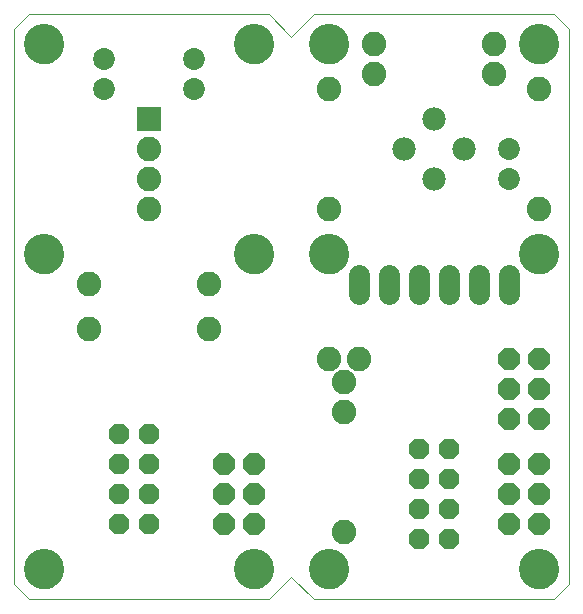
<source format=gts>
G75*
G70*
%OFA0B0*%
%FSLAX24Y24*%
%IPPOS*%
%LPD*%
%AMOC8*
5,1,8,0,0,1.08239X$1,22.5*
%
%ADD10C,0.0000*%
%ADD11C,0.1340*%
%ADD12OC8,0.0680*%
%ADD13OC8,0.0720*%
%ADD14C,0.0820*%
%ADD15C,0.0730*%
%ADD16R,0.0820X0.0820*%
%ADD17C,0.0780*%
%ADD18C,0.0714*%
D10*
X001675Y001175D02*
X001175Y001675D01*
X001175Y020175D01*
X001675Y020675D01*
X009675Y020675D01*
X010425Y019925D01*
X011175Y020675D01*
X019175Y020675D01*
X019675Y020175D01*
X019675Y001675D01*
X019175Y001175D01*
X011175Y001175D01*
X010425Y001925D01*
X009675Y001175D01*
X001675Y001175D01*
X001545Y002175D02*
X001547Y002225D01*
X001553Y002275D01*
X001563Y002324D01*
X001577Y002372D01*
X001594Y002419D01*
X001615Y002464D01*
X001640Y002508D01*
X001668Y002549D01*
X001700Y002588D01*
X001734Y002625D01*
X001771Y002659D01*
X001811Y002689D01*
X001853Y002716D01*
X001897Y002740D01*
X001943Y002761D01*
X001990Y002777D01*
X002038Y002790D01*
X002088Y002799D01*
X002137Y002804D01*
X002188Y002805D01*
X002238Y002802D01*
X002287Y002795D01*
X002336Y002784D01*
X002384Y002769D01*
X002430Y002751D01*
X002475Y002729D01*
X002518Y002703D01*
X002559Y002674D01*
X002598Y002642D01*
X002634Y002607D01*
X002666Y002569D01*
X002696Y002529D01*
X002723Y002486D01*
X002746Y002442D01*
X002765Y002396D01*
X002781Y002348D01*
X002793Y002299D01*
X002801Y002250D01*
X002805Y002200D01*
X002805Y002150D01*
X002801Y002100D01*
X002793Y002051D01*
X002781Y002002D01*
X002765Y001954D01*
X002746Y001908D01*
X002723Y001864D01*
X002696Y001821D01*
X002666Y001781D01*
X002634Y001743D01*
X002598Y001708D01*
X002559Y001676D01*
X002518Y001647D01*
X002475Y001621D01*
X002430Y001599D01*
X002384Y001581D01*
X002336Y001566D01*
X002287Y001555D01*
X002238Y001548D01*
X002188Y001545D01*
X002137Y001546D01*
X002088Y001551D01*
X002038Y001560D01*
X001990Y001573D01*
X001943Y001589D01*
X001897Y001610D01*
X001853Y001634D01*
X001811Y001661D01*
X001771Y001691D01*
X001734Y001725D01*
X001700Y001762D01*
X001668Y001801D01*
X001640Y001842D01*
X001615Y001886D01*
X001594Y001931D01*
X001577Y001978D01*
X001563Y002026D01*
X001553Y002075D01*
X001547Y002125D01*
X001545Y002175D01*
X008545Y002175D02*
X008547Y002225D01*
X008553Y002275D01*
X008563Y002324D01*
X008577Y002372D01*
X008594Y002419D01*
X008615Y002464D01*
X008640Y002508D01*
X008668Y002549D01*
X008700Y002588D01*
X008734Y002625D01*
X008771Y002659D01*
X008811Y002689D01*
X008853Y002716D01*
X008897Y002740D01*
X008943Y002761D01*
X008990Y002777D01*
X009038Y002790D01*
X009088Y002799D01*
X009137Y002804D01*
X009188Y002805D01*
X009238Y002802D01*
X009287Y002795D01*
X009336Y002784D01*
X009384Y002769D01*
X009430Y002751D01*
X009475Y002729D01*
X009518Y002703D01*
X009559Y002674D01*
X009598Y002642D01*
X009634Y002607D01*
X009666Y002569D01*
X009696Y002529D01*
X009723Y002486D01*
X009746Y002442D01*
X009765Y002396D01*
X009781Y002348D01*
X009793Y002299D01*
X009801Y002250D01*
X009805Y002200D01*
X009805Y002150D01*
X009801Y002100D01*
X009793Y002051D01*
X009781Y002002D01*
X009765Y001954D01*
X009746Y001908D01*
X009723Y001864D01*
X009696Y001821D01*
X009666Y001781D01*
X009634Y001743D01*
X009598Y001708D01*
X009559Y001676D01*
X009518Y001647D01*
X009475Y001621D01*
X009430Y001599D01*
X009384Y001581D01*
X009336Y001566D01*
X009287Y001555D01*
X009238Y001548D01*
X009188Y001545D01*
X009137Y001546D01*
X009088Y001551D01*
X009038Y001560D01*
X008990Y001573D01*
X008943Y001589D01*
X008897Y001610D01*
X008853Y001634D01*
X008811Y001661D01*
X008771Y001691D01*
X008734Y001725D01*
X008700Y001762D01*
X008668Y001801D01*
X008640Y001842D01*
X008615Y001886D01*
X008594Y001931D01*
X008577Y001978D01*
X008563Y002026D01*
X008553Y002075D01*
X008547Y002125D01*
X008545Y002175D01*
X011045Y002175D02*
X011047Y002225D01*
X011053Y002275D01*
X011063Y002324D01*
X011077Y002372D01*
X011094Y002419D01*
X011115Y002464D01*
X011140Y002508D01*
X011168Y002549D01*
X011200Y002588D01*
X011234Y002625D01*
X011271Y002659D01*
X011311Y002689D01*
X011353Y002716D01*
X011397Y002740D01*
X011443Y002761D01*
X011490Y002777D01*
X011538Y002790D01*
X011588Y002799D01*
X011637Y002804D01*
X011688Y002805D01*
X011738Y002802D01*
X011787Y002795D01*
X011836Y002784D01*
X011884Y002769D01*
X011930Y002751D01*
X011975Y002729D01*
X012018Y002703D01*
X012059Y002674D01*
X012098Y002642D01*
X012134Y002607D01*
X012166Y002569D01*
X012196Y002529D01*
X012223Y002486D01*
X012246Y002442D01*
X012265Y002396D01*
X012281Y002348D01*
X012293Y002299D01*
X012301Y002250D01*
X012305Y002200D01*
X012305Y002150D01*
X012301Y002100D01*
X012293Y002051D01*
X012281Y002002D01*
X012265Y001954D01*
X012246Y001908D01*
X012223Y001864D01*
X012196Y001821D01*
X012166Y001781D01*
X012134Y001743D01*
X012098Y001708D01*
X012059Y001676D01*
X012018Y001647D01*
X011975Y001621D01*
X011930Y001599D01*
X011884Y001581D01*
X011836Y001566D01*
X011787Y001555D01*
X011738Y001548D01*
X011688Y001545D01*
X011637Y001546D01*
X011588Y001551D01*
X011538Y001560D01*
X011490Y001573D01*
X011443Y001589D01*
X011397Y001610D01*
X011353Y001634D01*
X011311Y001661D01*
X011271Y001691D01*
X011234Y001725D01*
X011200Y001762D01*
X011168Y001801D01*
X011140Y001842D01*
X011115Y001886D01*
X011094Y001931D01*
X011077Y001978D01*
X011063Y002026D01*
X011053Y002075D01*
X011047Y002125D01*
X011045Y002175D01*
X018045Y002175D02*
X018047Y002225D01*
X018053Y002275D01*
X018063Y002324D01*
X018077Y002372D01*
X018094Y002419D01*
X018115Y002464D01*
X018140Y002508D01*
X018168Y002549D01*
X018200Y002588D01*
X018234Y002625D01*
X018271Y002659D01*
X018311Y002689D01*
X018353Y002716D01*
X018397Y002740D01*
X018443Y002761D01*
X018490Y002777D01*
X018538Y002790D01*
X018588Y002799D01*
X018637Y002804D01*
X018688Y002805D01*
X018738Y002802D01*
X018787Y002795D01*
X018836Y002784D01*
X018884Y002769D01*
X018930Y002751D01*
X018975Y002729D01*
X019018Y002703D01*
X019059Y002674D01*
X019098Y002642D01*
X019134Y002607D01*
X019166Y002569D01*
X019196Y002529D01*
X019223Y002486D01*
X019246Y002442D01*
X019265Y002396D01*
X019281Y002348D01*
X019293Y002299D01*
X019301Y002250D01*
X019305Y002200D01*
X019305Y002150D01*
X019301Y002100D01*
X019293Y002051D01*
X019281Y002002D01*
X019265Y001954D01*
X019246Y001908D01*
X019223Y001864D01*
X019196Y001821D01*
X019166Y001781D01*
X019134Y001743D01*
X019098Y001708D01*
X019059Y001676D01*
X019018Y001647D01*
X018975Y001621D01*
X018930Y001599D01*
X018884Y001581D01*
X018836Y001566D01*
X018787Y001555D01*
X018738Y001548D01*
X018688Y001545D01*
X018637Y001546D01*
X018588Y001551D01*
X018538Y001560D01*
X018490Y001573D01*
X018443Y001589D01*
X018397Y001610D01*
X018353Y001634D01*
X018311Y001661D01*
X018271Y001691D01*
X018234Y001725D01*
X018200Y001762D01*
X018168Y001801D01*
X018140Y001842D01*
X018115Y001886D01*
X018094Y001931D01*
X018077Y001978D01*
X018063Y002026D01*
X018053Y002075D01*
X018047Y002125D01*
X018045Y002175D01*
X018045Y012675D02*
X018047Y012725D01*
X018053Y012775D01*
X018063Y012824D01*
X018077Y012872D01*
X018094Y012919D01*
X018115Y012964D01*
X018140Y013008D01*
X018168Y013049D01*
X018200Y013088D01*
X018234Y013125D01*
X018271Y013159D01*
X018311Y013189D01*
X018353Y013216D01*
X018397Y013240D01*
X018443Y013261D01*
X018490Y013277D01*
X018538Y013290D01*
X018588Y013299D01*
X018637Y013304D01*
X018688Y013305D01*
X018738Y013302D01*
X018787Y013295D01*
X018836Y013284D01*
X018884Y013269D01*
X018930Y013251D01*
X018975Y013229D01*
X019018Y013203D01*
X019059Y013174D01*
X019098Y013142D01*
X019134Y013107D01*
X019166Y013069D01*
X019196Y013029D01*
X019223Y012986D01*
X019246Y012942D01*
X019265Y012896D01*
X019281Y012848D01*
X019293Y012799D01*
X019301Y012750D01*
X019305Y012700D01*
X019305Y012650D01*
X019301Y012600D01*
X019293Y012551D01*
X019281Y012502D01*
X019265Y012454D01*
X019246Y012408D01*
X019223Y012364D01*
X019196Y012321D01*
X019166Y012281D01*
X019134Y012243D01*
X019098Y012208D01*
X019059Y012176D01*
X019018Y012147D01*
X018975Y012121D01*
X018930Y012099D01*
X018884Y012081D01*
X018836Y012066D01*
X018787Y012055D01*
X018738Y012048D01*
X018688Y012045D01*
X018637Y012046D01*
X018588Y012051D01*
X018538Y012060D01*
X018490Y012073D01*
X018443Y012089D01*
X018397Y012110D01*
X018353Y012134D01*
X018311Y012161D01*
X018271Y012191D01*
X018234Y012225D01*
X018200Y012262D01*
X018168Y012301D01*
X018140Y012342D01*
X018115Y012386D01*
X018094Y012431D01*
X018077Y012478D01*
X018063Y012526D01*
X018053Y012575D01*
X018047Y012625D01*
X018045Y012675D01*
X011045Y012675D02*
X011047Y012725D01*
X011053Y012775D01*
X011063Y012824D01*
X011077Y012872D01*
X011094Y012919D01*
X011115Y012964D01*
X011140Y013008D01*
X011168Y013049D01*
X011200Y013088D01*
X011234Y013125D01*
X011271Y013159D01*
X011311Y013189D01*
X011353Y013216D01*
X011397Y013240D01*
X011443Y013261D01*
X011490Y013277D01*
X011538Y013290D01*
X011588Y013299D01*
X011637Y013304D01*
X011688Y013305D01*
X011738Y013302D01*
X011787Y013295D01*
X011836Y013284D01*
X011884Y013269D01*
X011930Y013251D01*
X011975Y013229D01*
X012018Y013203D01*
X012059Y013174D01*
X012098Y013142D01*
X012134Y013107D01*
X012166Y013069D01*
X012196Y013029D01*
X012223Y012986D01*
X012246Y012942D01*
X012265Y012896D01*
X012281Y012848D01*
X012293Y012799D01*
X012301Y012750D01*
X012305Y012700D01*
X012305Y012650D01*
X012301Y012600D01*
X012293Y012551D01*
X012281Y012502D01*
X012265Y012454D01*
X012246Y012408D01*
X012223Y012364D01*
X012196Y012321D01*
X012166Y012281D01*
X012134Y012243D01*
X012098Y012208D01*
X012059Y012176D01*
X012018Y012147D01*
X011975Y012121D01*
X011930Y012099D01*
X011884Y012081D01*
X011836Y012066D01*
X011787Y012055D01*
X011738Y012048D01*
X011688Y012045D01*
X011637Y012046D01*
X011588Y012051D01*
X011538Y012060D01*
X011490Y012073D01*
X011443Y012089D01*
X011397Y012110D01*
X011353Y012134D01*
X011311Y012161D01*
X011271Y012191D01*
X011234Y012225D01*
X011200Y012262D01*
X011168Y012301D01*
X011140Y012342D01*
X011115Y012386D01*
X011094Y012431D01*
X011077Y012478D01*
X011063Y012526D01*
X011053Y012575D01*
X011047Y012625D01*
X011045Y012675D01*
X008545Y012675D02*
X008547Y012725D01*
X008553Y012775D01*
X008563Y012824D01*
X008577Y012872D01*
X008594Y012919D01*
X008615Y012964D01*
X008640Y013008D01*
X008668Y013049D01*
X008700Y013088D01*
X008734Y013125D01*
X008771Y013159D01*
X008811Y013189D01*
X008853Y013216D01*
X008897Y013240D01*
X008943Y013261D01*
X008990Y013277D01*
X009038Y013290D01*
X009088Y013299D01*
X009137Y013304D01*
X009188Y013305D01*
X009238Y013302D01*
X009287Y013295D01*
X009336Y013284D01*
X009384Y013269D01*
X009430Y013251D01*
X009475Y013229D01*
X009518Y013203D01*
X009559Y013174D01*
X009598Y013142D01*
X009634Y013107D01*
X009666Y013069D01*
X009696Y013029D01*
X009723Y012986D01*
X009746Y012942D01*
X009765Y012896D01*
X009781Y012848D01*
X009793Y012799D01*
X009801Y012750D01*
X009805Y012700D01*
X009805Y012650D01*
X009801Y012600D01*
X009793Y012551D01*
X009781Y012502D01*
X009765Y012454D01*
X009746Y012408D01*
X009723Y012364D01*
X009696Y012321D01*
X009666Y012281D01*
X009634Y012243D01*
X009598Y012208D01*
X009559Y012176D01*
X009518Y012147D01*
X009475Y012121D01*
X009430Y012099D01*
X009384Y012081D01*
X009336Y012066D01*
X009287Y012055D01*
X009238Y012048D01*
X009188Y012045D01*
X009137Y012046D01*
X009088Y012051D01*
X009038Y012060D01*
X008990Y012073D01*
X008943Y012089D01*
X008897Y012110D01*
X008853Y012134D01*
X008811Y012161D01*
X008771Y012191D01*
X008734Y012225D01*
X008700Y012262D01*
X008668Y012301D01*
X008640Y012342D01*
X008615Y012386D01*
X008594Y012431D01*
X008577Y012478D01*
X008563Y012526D01*
X008553Y012575D01*
X008547Y012625D01*
X008545Y012675D01*
X001545Y012675D02*
X001547Y012725D01*
X001553Y012775D01*
X001563Y012824D01*
X001577Y012872D01*
X001594Y012919D01*
X001615Y012964D01*
X001640Y013008D01*
X001668Y013049D01*
X001700Y013088D01*
X001734Y013125D01*
X001771Y013159D01*
X001811Y013189D01*
X001853Y013216D01*
X001897Y013240D01*
X001943Y013261D01*
X001990Y013277D01*
X002038Y013290D01*
X002088Y013299D01*
X002137Y013304D01*
X002188Y013305D01*
X002238Y013302D01*
X002287Y013295D01*
X002336Y013284D01*
X002384Y013269D01*
X002430Y013251D01*
X002475Y013229D01*
X002518Y013203D01*
X002559Y013174D01*
X002598Y013142D01*
X002634Y013107D01*
X002666Y013069D01*
X002696Y013029D01*
X002723Y012986D01*
X002746Y012942D01*
X002765Y012896D01*
X002781Y012848D01*
X002793Y012799D01*
X002801Y012750D01*
X002805Y012700D01*
X002805Y012650D01*
X002801Y012600D01*
X002793Y012551D01*
X002781Y012502D01*
X002765Y012454D01*
X002746Y012408D01*
X002723Y012364D01*
X002696Y012321D01*
X002666Y012281D01*
X002634Y012243D01*
X002598Y012208D01*
X002559Y012176D01*
X002518Y012147D01*
X002475Y012121D01*
X002430Y012099D01*
X002384Y012081D01*
X002336Y012066D01*
X002287Y012055D01*
X002238Y012048D01*
X002188Y012045D01*
X002137Y012046D01*
X002088Y012051D01*
X002038Y012060D01*
X001990Y012073D01*
X001943Y012089D01*
X001897Y012110D01*
X001853Y012134D01*
X001811Y012161D01*
X001771Y012191D01*
X001734Y012225D01*
X001700Y012262D01*
X001668Y012301D01*
X001640Y012342D01*
X001615Y012386D01*
X001594Y012431D01*
X001577Y012478D01*
X001563Y012526D01*
X001553Y012575D01*
X001547Y012625D01*
X001545Y012675D01*
X001545Y019675D02*
X001547Y019725D01*
X001553Y019775D01*
X001563Y019824D01*
X001577Y019872D01*
X001594Y019919D01*
X001615Y019964D01*
X001640Y020008D01*
X001668Y020049D01*
X001700Y020088D01*
X001734Y020125D01*
X001771Y020159D01*
X001811Y020189D01*
X001853Y020216D01*
X001897Y020240D01*
X001943Y020261D01*
X001990Y020277D01*
X002038Y020290D01*
X002088Y020299D01*
X002137Y020304D01*
X002188Y020305D01*
X002238Y020302D01*
X002287Y020295D01*
X002336Y020284D01*
X002384Y020269D01*
X002430Y020251D01*
X002475Y020229D01*
X002518Y020203D01*
X002559Y020174D01*
X002598Y020142D01*
X002634Y020107D01*
X002666Y020069D01*
X002696Y020029D01*
X002723Y019986D01*
X002746Y019942D01*
X002765Y019896D01*
X002781Y019848D01*
X002793Y019799D01*
X002801Y019750D01*
X002805Y019700D01*
X002805Y019650D01*
X002801Y019600D01*
X002793Y019551D01*
X002781Y019502D01*
X002765Y019454D01*
X002746Y019408D01*
X002723Y019364D01*
X002696Y019321D01*
X002666Y019281D01*
X002634Y019243D01*
X002598Y019208D01*
X002559Y019176D01*
X002518Y019147D01*
X002475Y019121D01*
X002430Y019099D01*
X002384Y019081D01*
X002336Y019066D01*
X002287Y019055D01*
X002238Y019048D01*
X002188Y019045D01*
X002137Y019046D01*
X002088Y019051D01*
X002038Y019060D01*
X001990Y019073D01*
X001943Y019089D01*
X001897Y019110D01*
X001853Y019134D01*
X001811Y019161D01*
X001771Y019191D01*
X001734Y019225D01*
X001700Y019262D01*
X001668Y019301D01*
X001640Y019342D01*
X001615Y019386D01*
X001594Y019431D01*
X001577Y019478D01*
X001563Y019526D01*
X001553Y019575D01*
X001547Y019625D01*
X001545Y019675D01*
X008545Y019675D02*
X008547Y019725D01*
X008553Y019775D01*
X008563Y019824D01*
X008577Y019872D01*
X008594Y019919D01*
X008615Y019964D01*
X008640Y020008D01*
X008668Y020049D01*
X008700Y020088D01*
X008734Y020125D01*
X008771Y020159D01*
X008811Y020189D01*
X008853Y020216D01*
X008897Y020240D01*
X008943Y020261D01*
X008990Y020277D01*
X009038Y020290D01*
X009088Y020299D01*
X009137Y020304D01*
X009188Y020305D01*
X009238Y020302D01*
X009287Y020295D01*
X009336Y020284D01*
X009384Y020269D01*
X009430Y020251D01*
X009475Y020229D01*
X009518Y020203D01*
X009559Y020174D01*
X009598Y020142D01*
X009634Y020107D01*
X009666Y020069D01*
X009696Y020029D01*
X009723Y019986D01*
X009746Y019942D01*
X009765Y019896D01*
X009781Y019848D01*
X009793Y019799D01*
X009801Y019750D01*
X009805Y019700D01*
X009805Y019650D01*
X009801Y019600D01*
X009793Y019551D01*
X009781Y019502D01*
X009765Y019454D01*
X009746Y019408D01*
X009723Y019364D01*
X009696Y019321D01*
X009666Y019281D01*
X009634Y019243D01*
X009598Y019208D01*
X009559Y019176D01*
X009518Y019147D01*
X009475Y019121D01*
X009430Y019099D01*
X009384Y019081D01*
X009336Y019066D01*
X009287Y019055D01*
X009238Y019048D01*
X009188Y019045D01*
X009137Y019046D01*
X009088Y019051D01*
X009038Y019060D01*
X008990Y019073D01*
X008943Y019089D01*
X008897Y019110D01*
X008853Y019134D01*
X008811Y019161D01*
X008771Y019191D01*
X008734Y019225D01*
X008700Y019262D01*
X008668Y019301D01*
X008640Y019342D01*
X008615Y019386D01*
X008594Y019431D01*
X008577Y019478D01*
X008563Y019526D01*
X008553Y019575D01*
X008547Y019625D01*
X008545Y019675D01*
X011045Y019675D02*
X011047Y019725D01*
X011053Y019775D01*
X011063Y019824D01*
X011077Y019872D01*
X011094Y019919D01*
X011115Y019964D01*
X011140Y020008D01*
X011168Y020049D01*
X011200Y020088D01*
X011234Y020125D01*
X011271Y020159D01*
X011311Y020189D01*
X011353Y020216D01*
X011397Y020240D01*
X011443Y020261D01*
X011490Y020277D01*
X011538Y020290D01*
X011588Y020299D01*
X011637Y020304D01*
X011688Y020305D01*
X011738Y020302D01*
X011787Y020295D01*
X011836Y020284D01*
X011884Y020269D01*
X011930Y020251D01*
X011975Y020229D01*
X012018Y020203D01*
X012059Y020174D01*
X012098Y020142D01*
X012134Y020107D01*
X012166Y020069D01*
X012196Y020029D01*
X012223Y019986D01*
X012246Y019942D01*
X012265Y019896D01*
X012281Y019848D01*
X012293Y019799D01*
X012301Y019750D01*
X012305Y019700D01*
X012305Y019650D01*
X012301Y019600D01*
X012293Y019551D01*
X012281Y019502D01*
X012265Y019454D01*
X012246Y019408D01*
X012223Y019364D01*
X012196Y019321D01*
X012166Y019281D01*
X012134Y019243D01*
X012098Y019208D01*
X012059Y019176D01*
X012018Y019147D01*
X011975Y019121D01*
X011930Y019099D01*
X011884Y019081D01*
X011836Y019066D01*
X011787Y019055D01*
X011738Y019048D01*
X011688Y019045D01*
X011637Y019046D01*
X011588Y019051D01*
X011538Y019060D01*
X011490Y019073D01*
X011443Y019089D01*
X011397Y019110D01*
X011353Y019134D01*
X011311Y019161D01*
X011271Y019191D01*
X011234Y019225D01*
X011200Y019262D01*
X011168Y019301D01*
X011140Y019342D01*
X011115Y019386D01*
X011094Y019431D01*
X011077Y019478D01*
X011063Y019526D01*
X011053Y019575D01*
X011047Y019625D01*
X011045Y019675D01*
X018045Y019675D02*
X018047Y019725D01*
X018053Y019775D01*
X018063Y019824D01*
X018077Y019872D01*
X018094Y019919D01*
X018115Y019964D01*
X018140Y020008D01*
X018168Y020049D01*
X018200Y020088D01*
X018234Y020125D01*
X018271Y020159D01*
X018311Y020189D01*
X018353Y020216D01*
X018397Y020240D01*
X018443Y020261D01*
X018490Y020277D01*
X018538Y020290D01*
X018588Y020299D01*
X018637Y020304D01*
X018688Y020305D01*
X018738Y020302D01*
X018787Y020295D01*
X018836Y020284D01*
X018884Y020269D01*
X018930Y020251D01*
X018975Y020229D01*
X019018Y020203D01*
X019059Y020174D01*
X019098Y020142D01*
X019134Y020107D01*
X019166Y020069D01*
X019196Y020029D01*
X019223Y019986D01*
X019246Y019942D01*
X019265Y019896D01*
X019281Y019848D01*
X019293Y019799D01*
X019301Y019750D01*
X019305Y019700D01*
X019305Y019650D01*
X019301Y019600D01*
X019293Y019551D01*
X019281Y019502D01*
X019265Y019454D01*
X019246Y019408D01*
X019223Y019364D01*
X019196Y019321D01*
X019166Y019281D01*
X019134Y019243D01*
X019098Y019208D01*
X019059Y019176D01*
X019018Y019147D01*
X018975Y019121D01*
X018930Y019099D01*
X018884Y019081D01*
X018836Y019066D01*
X018787Y019055D01*
X018738Y019048D01*
X018688Y019045D01*
X018637Y019046D01*
X018588Y019051D01*
X018538Y019060D01*
X018490Y019073D01*
X018443Y019089D01*
X018397Y019110D01*
X018353Y019134D01*
X018311Y019161D01*
X018271Y019191D01*
X018234Y019225D01*
X018200Y019262D01*
X018168Y019301D01*
X018140Y019342D01*
X018115Y019386D01*
X018094Y019431D01*
X018077Y019478D01*
X018063Y019526D01*
X018053Y019575D01*
X018047Y019625D01*
X018045Y019675D01*
D11*
X018675Y019675D03*
X018675Y012675D03*
X011675Y012675D03*
X009175Y012675D03*
X009175Y019675D03*
X011675Y019675D03*
X002175Y019675D03*
X002175Y012675D03*
X002175Y002175D03*
X009175Y002175D03*
X011675Y002175D03*
X018675Y002175D03*
D12*
X015675Y003175D03*
X015675Y004175D03*
X015675Y005175D03*
X015675Y006175D03*
X014675Y006175D03*
X014675Y005175D03*
X014675Y004175D03*
X014675Y003175D03*
X005675Y003675D03*
X005675Y004675D03*
X005675Y005675D03*
X005675Y006675D03*
X004675Y006675D03*
X004675Y005675D03*
X004675Y004675D03*
X004675Y003675D03*
D13*
X008175Y003675D03*
X008175Y004675D03*
X008175Y005675D03*
X009175Y005675D03*
X009175Y004675D03*
X009175Y003675D03*
X017675Y003675D03*
X017675Y004675D03*
X017675Y005675D03*
X018675Y005675D03*
X018675Y004675D03*
X018675Y003675D03*
X018675Y007175D03*
X018675Y008175D03*
X018675Y009175D03*
X017675Y009175D03*
X017675Y008175D03*
X017675Y007175D03*
D14*
X012675Y009175D03*
X012175Y008425D03*
X011675Y009175D03*
X012175Y007425D03*
X012175Y003425D03*
X007675Y010175D03*
X007675Y011675D03*
X005675Y014175D03*
X005675Y015175D03*
X005675Y016175D03*
X003675Y011675D03*
X003675Y010175D03*
X011675Y014175D03*
X011675Y018175D03*
X013175Y018675D03*
X013175Y019675D03*
X017175Y019675D03*
X017175Y018675D03*
X018675Y018175D03*
X018675Y014175D03*
D15*
X017675Y015175D03*
X017675Y016175D03*
X007175Y018175D03*
X007175Y019175D03*
X004175Y019175D03*
X004175Y018175D03*
D16*
X005675Y017175D03*
D17*
X014175Y016175D03*
X015175Y015175D03*
X016175Y016175D03*
X015175Y017175D03*
D18*
X014675Y011992D02*
X014675Y011358D01*
X013675Y011358D02*
X013675Y011992D01*
X012675Y011992D02*
X012675Y011358D01*
X015675Y011358D02*
X015675Y011992D01*
X016675Y011992D02*
X016675Y011358D01*
X017675Y011358D02*
X017675Y011992D01*
M02*

</source>
